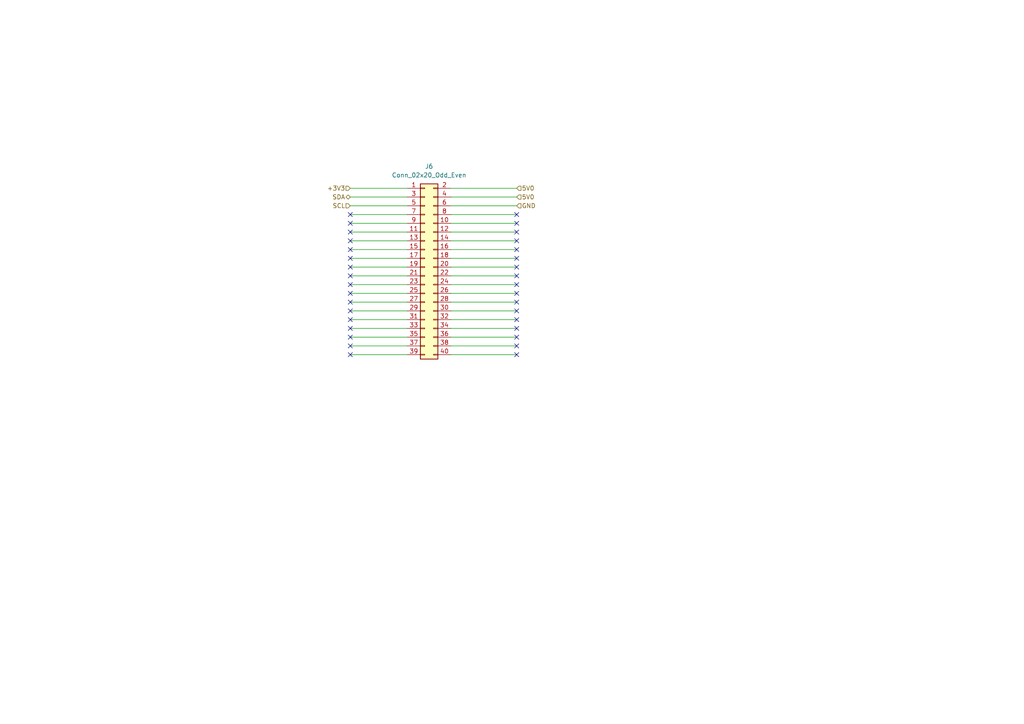
<source format=kicad_sch>
(kicad_sch (version 20211123) (generator eeschema)
  (paper "A4")
  (lib_symbols
    (symbol "Connector_Generic:Conn_02x20_Odd_Even" (pin_names (offset 1.016) hide)
      (property "Reference" "J" (at 1.27 25.4 0))
      (property "Value" "Conn_02x20_Odd_Even" (at 1.27 -27.94 0))
      (symbol "Conn_02x20_Odd_Even_1_1"
        (rectangle (start -1.27 -25.273) (end 0 -25.527) (stroke (width 0.1524)))
        (rectangle (start -1.27 -22.733) (end 0 -22.987) (stroke (width 0.1524)))
        (rectangle (start -1.27 -20.193) (end 0 -20.447) (stroke (width 0.1524)))
        (rectangle (start -1.27 -17.653) (end 0 -17.907) (stroke (width 0.1524)))
        (rectangle (start -1.27 -15.113) (end 0 -15.367) (stroke (width 0.1524)))
        (rectangle (start -1.27 -12.573) (end 0 -12.827) (stroke (width 0.1524)))
        (rectangle (start -1.27 -10.033) (end 0 -10.287) (stroke (width 0.1524)))
        (rectangle (start -1.27 -7.493) (end 0 -7.747) (stroke (width 0.1524)))
        (rectangle (start -1.27 -4.953) (end 0 -5.207) (stroke (width 0.1524)))
        (rectangle (start -1.27 -2.413) (end 0 -2.667) (stroke (width 0.1524)))
        (rectangle (start -1.27 0.127) (end 0 -0.127) (stroke (width 0.1524)))
        (rectangle (start -1.27 2.667) (end 0 2.413) (stroke (width 0.1524)))
        (rectangle (start -1.27 5.207) (end 0 4.953) (stroke (width 0.1524)))
        (rectangle (start -1.27 7.747) (end 0 7.493) (stroke (width 0.1524)))
        (rectangle (start -1.27 10.287) (end 0 10.033) (stroke (width 0.1524)))
        (rectangle (start -1.27 12.827) (end 0 12.573) (stroke (width 0.1524)))
        (rectangle (start -1.27 15.367) (end 0 15.113) (stroke (width 0.1524)))
        (rectangle (start -1.27 17.907) (end 0 17.653) (stroke (width 0.1524)))
        (rectangle (start -1.27 20.447) (end 0 20.193) (stroke (width 0.1524)))
        (rectangle (start -1.27 22.987) (end 0 22.733) (stroke (width 0.1524)))
        (rectangle (start -1.27 24.13) (end 3.81 -26.67) (stroke (width 0.254)) (fill (type background)))
        (rectangle (start 3.81 -25.273) (end 2.54 -25.527) (stroke (width 0.1524)))
        (rectangle (start 3.81 -22.733) (end 2.54 -22.987) (stroke (width 0.1524)))
        (rectangle (start 3.81 -20.193) (end 2.54 -20.447) (stroke (width 0.1524)))
        (rectangle (start 3.81 -17.653) (end 2.54 -17.907) (stroke (width 0.1524)))
        (rectangle (start 3.81 -15.113) (end 2.54 -15.367) (stroke (width 0.1524)))
        (rectangle (start 3.81 -12.573) (end 2.54 -12.827) (stroke (width 0.1524)))
        (rectangle (start 3.81 -10.033) (end 2.54 -10.287) (stroke (width 0.1524)))
        (rectangle (start 3.81 -7.493) (end 2.54 -7.747) (stroke (width 0.1524)))
        (rectangle (start 3.81 -4.953) (end 2.54 -5.207) (stroke (width 0.1524)))
        (rectangle (start 3.81 -2.413) (end 2.54 -2.667) (stroke (width 0.1524)))
        (rectangle (start 3.81 0.127) (end 2.54 -0.127) (stroke (width 0.1524)))
        (rectangle (start 3.81 2.667) (end 2.54 2.413) (stroke (width 0.1524)))
        (rectangle (start 3.81 5.207) (end 2.54 4.953) (stroke (width 0.1524)))
        (rectangle (start 3.81 7.747) (end 2.54 7.493) (stroke (width 0.1524)))
        (rectangle (start 3.81 10.287) (end 2.54 10.033) (stroke (width 0.1524)))
        (rectangle (start 3.81 12.827) (end 2.54 12.573) (stroke (width 0.1524)))
        (rectangle (start 3.81 15.367) (end 2.54 15.113) (stroke (width 0.1524)))
        (rectangle (start 3.81 17.907) (end 2.54 17.653) (stroke (width 0.1524)))
        (rectangle (start 3.81 20.447) (end 2.54 20.193) (stroke (width 0.1524)))
        (rectangle (start 3.81 22.987) (end 2.54 22.733) (stroke (width 0.1524)))
        (pin passive line (at -5.08 22.86 0) (length 3.81) (name "Pin_1") (number "1"))
        (pin passive line (at 7.62 12.7 180) (length 3.81) (name "Pin_10") (number "10"))
        (pin passive line (at -5.08 10.16 0) (length 3.81) (name "Pin_11") (number "11"))
        (pin passive line (at 7.62 10.16 180) (length 3.81) (name "Pin_12") (number "12"))
        (pin passive line (at -5.08 7.62 0) (length 3.81) (name "Pin_13") (number "13"))
        (pin passive line (at 7.62 7.62 180) (length 3.81) (name "Pin_14") (number "14"))
        (pin passive line (at -5.08 5.08 0) (length 3.81) (name "Pin_15") (number "15"))
        (pin passive line (at 7.62 5.08 180) (length 3.81) (name "Pin_16") (number "16"))
        (pin passive line (at -5.08 2.54 0) (length 3.81) (name "Pin_17") (number "17"))
        (pin passive line (at 7.62 2.54 180) (length 3.81) (name "Pin_18") (number "18"))
        (pin passive line (at -5.08 0 0) (length 3.81) (name "Pin_19") (number "19"))
        (pin passive line (at 7.62 22.86 180) (length 3.81) (name "Pin_2") (number "2"))
        (pin passive line (at 7.62 0 180) (length 3.81) (name "Pin_20") (number "20"))
        (pin passive line (at -5.08 -2.54 0) (length 3.81) (name "Pin_21") (number "21"))
        (pin passive line (at 7.62 -2.54 180) (length 3.81) (name "Pin_22") (number "22"))
        (pin passive line (at -5.08 -5.08 0) (length 3.81) (name "Pin_23") (number "23"))
        (pin passive line (at 7.62 -5.08 180) (length 3.81) (name "Pin_24") (number "24"))
        (pin passive line (at -5.08 -7.62 0) (length 3.81) (name "Pin_25") (number "25"))
        (pin passive line (at 7.62 -7.62 180) (length 3.81) (name "Pin_26") (number "26"))
        (pin passive line (at -5.08 -10.16 0) (length 3.81) (name "Pin_27") (number "27"))
        (pin passive line (at 7.62 -10.16 180) (length 3.81) (name "Pin_28") (number "28"))
        (pin passive line (at -5.08 -12.7 0) (length 3.81) (name "Pin_29") (number "29"))
        (pin passive line (at -5.08 20.32 0) (length 3.81) (name "Pin_3") (number "3"))
        (pin passive line (at 7.62 -12.7 180) (length 3.81) (name "Pin_30") (number "30"))
        (pin passive line (at -5.08 -15.24 0) (length 3.81) (name "Pin_31") (number "31"))
        (pin passive line (at 7.62 -15.24 180) (length 3.81) (name "Pin_32") (number "32"))
        (pin passive line (at -5.08 -17.78 0) (length 3.81) (name "Pin_33") (number "33"))
        (pin passive line (at 7.62 -17.78 180) (length 3.81) (name "Pin_34") (number "34"))
        (pin passive line (at -5.08 -20.32 0) (length 3.81) (name "Pin_35") (number "35"))
        (pin passive line (at 7.62 -20.32 180) (length 3.81) (name "Pin_36") (number "36"))
        (pin passive line (at -5.08 -22.86 0) (length 3.81) (name "Pin_37") (number "37"))
        (pin passive line (at 7.62 -22.86 180) (length 3.81) (name "Pin_38") (number "38"))
        (pin passive line (at -5.08 -25.4 0) (length 3.81) (name "Pin_39") (number "39"))
        (pin passive line (at 7.62 20.32 180) (length 3.81) (name "Pin_4") (number "4"))
        (pin passive line (at 7.62 -25.4 180) (length 3.81) (name "Pin_40") (number "40"))
        (pin passive line (at -5.08 17.78 0) (length 3.81) (name "Pin_5") (number "5"))
        (pin passive line (at 7.62 17.78 180) (length 3.81) (name "Pin_6") (number "6"))
        (pin passive line (at -5.08 15.24 0) (length 3.81) (name "Pin_7") (number "7"))
        (pin passive line (at 7.62 15.24 180) (length 3.81) (name "Pin_8") (number "8"))
        (pin passive line (at -5.08 12.7 0) (length 3.81) (name "Pin_9") (number "9"))
      )
    )
  )
  (no_connect (at 149.86 102.87))
  (no_connect (at 101.6 102.87))
  (no_connect (at 101.6 100.33))
  (no_connect (at 101.6 97.79))
  (no_connect (at 101.6 95.25))
  (no_connect (at 101.6 92.71))
  (no_connect (at 101.6 90.17))
  (no_connect (at 101.6 87.63))
  (no_connect (at 101.6 85.09))
  (no_connect (at 101.6 82.55))
  (no_connect (at 101.6 80.01))
  (no_connect (at 101.6 77.47))
  (no_connect (at 101.6 74.93))
  (no_connect (at 101.6 72.39))
  (no_connect (at 101.6 69.85))
  (no_connect (at 101.6 67.31))
  (no_connect (at 101.6 64.77))
  (no_connect (at 101.6 62.23))
  (no_connect (at 149.86 62.23))
  (no_connect (at 149.86 64.77))
  (no_connect (at 149.86 67.31))
  (no_connect (at 149.86 69.85))
  (no_connect (at 149.86 72.39))
  (no_connect (at 149.86 74.93))
  (no_connect (at 149.86 77.47))
  (no_connect (at 149.86 80.01))
  (no_connect (at 149.86 82.55))
  (no_connect (at 149.86 85.09))
  (no_connect (at 149.86 87.63))
  (no_connect (at 149.86 90.17))
  (no_connect (at 149.86 92.71))
  (no_connect (at 149.86 95.25))
  (no_connect (at 149.86 97.79))
  (no_connect (at 149.86 100.33))
  (wire (pts (xy 101.6 95.25) (xy 118.11 95.25)))
  (wire (pts (xy 130.81 69.85) (xy 149.86 69.85)))
  (wire (pts (xy 101.6 59.69) (xy 118.11 59.69)))
  (wire (pts (xy 101.6 87.63) (xy 118.11 87.63)))
  (wire (pts (xy 130.81 92.71) (xy 149.86 92.71)))
  (wire (pts (xy 130.81 95.25) (xy 149.86 95.25)))
  (wire (pts (xy 101.6 67.31) (xy 118.11 67.31)))
  (wire (pts (xy 130.81 72.39) (xy 149.86 72.39)))
  (wire (pts (xy 130.81 102.87) (xy 149.86 102.87)))
  (wire (pts (xy 101.6 54.61) (xy 118.11 54.61)))
  (wire (pts (xy 130.81 57.15) (xy 149.86 57.15)))
  (wire (pts (xy 130.81 87.63) (xy 149.86 87.63)))
  (wire (pts (xy 101.6 62.23) (xy 118.11 62.23)))
  (wire (pts (xy 101.6 97.79) (xy 118.11 97.79)))
  (wire (pts (xy 101.6 85.09) (xy 118.11 85.09)))
  (wire (pts (xy 101.6 82.55) (xy 118.11 82.55)))
  (wire (pts (xy 130.81 77.47) (xy 149.86 77.47)))
  (wire (pts (xy 130.81 74.93) (xy 149.86 74.93)))
  (wire (pts (xy 130.81 85.09) (xy 149.86 85.09)))
  (wire (pts (xy 101.6 90.17) (xy 118.11 90.17)))
  (wire (pts (xy 130.81 54.61) (xy 149.86 54.61)))
  (wire (pts (xy 101.6 74.93) (xy 118.11 74.93)))
  (wire (pts (xy 101.6 80.01) (xy 118.11 80.01)))
  (wire (pts (xy 130.81 80.01) (xy 149.86 80.01)))
  (wire (pts (xy 130.81 59.69) (xy 149.86 59.69)))
  (wire (pts (xy 101.6 102.87) (xy 118.11 102.87)))
  (wire (pts (xy 130.81 67.31) (xy 149.86 67.31)))
  (wire (pts (xy 130.81 64.77) (xy 149.86 64.77)))
  (wire (pts (xy 130.81 100.33) (xy 149.86 100.33)))
  (wire (pts (xy 130.81 90.17) (xy 149.86 90.17)))
  (wire (pts (xy 101.6 64.77) (xy 118.11 64.77)))
  (wire (pts (xy 130.81 97.79) (xy 149.86 97.79)))
  (wire (pts (xy 101.6 77.47) (xy 118.11 77.47)))
  (wire (pts (xy 101.6 92.71) (xy 118.11 92.71)))
  (wire (pts (xy 101.6 72.39) (xy 118.11 72.39)))
  (wire (pts (xy 101.6 69.85) (xy 118.11 69.85)))
  (wire (pts (xy 101.6 57.15) (xy 118.11 57.15)))
  (wire (pts (xy 101.6 100.33) (xy 118.11 100.33)))
  (wire (pts (xy 130.81 62.23) (xy 149.86 62.23)))
  (wire (pts (xy 130.81 82.55) (xy 149.86 82.55)))
  (hierarchical_label "SCL" (shape input) (at 101.6 59.69 180))
  (hierarchical_label "+3V3" (shape input) (at 101.6 54.61 180))
  (hierarchical_label "5V0" (shape input) (at 149.86 54.61 0))
  (hierarchical_label "5V0" (shape input) (at 149.86 57.15 0))
  (hierarchical_label "SDA" (shape bidirectional) (at 101.6 57.15 180))
  (hierarchical_label "GND" (shape input) (at 149.86 59.69 0))
  (symbol (lib_id "Connector_Generic:Conn_02x20_Odd_Even") (at 123.19 77.47 0) (unit 1)
    (property "Reference" "J6" (at 124.46 48.26 0))
    (property "Value" "Conn_02x20_Odd_Even" (at 124.46 50.8 0))
    (property "Footprint" "Connector_PinHeader_2.54mm:PinHeader_2x20_P2.54mm_Vertical" (effects hide))
  )
)
</source>
